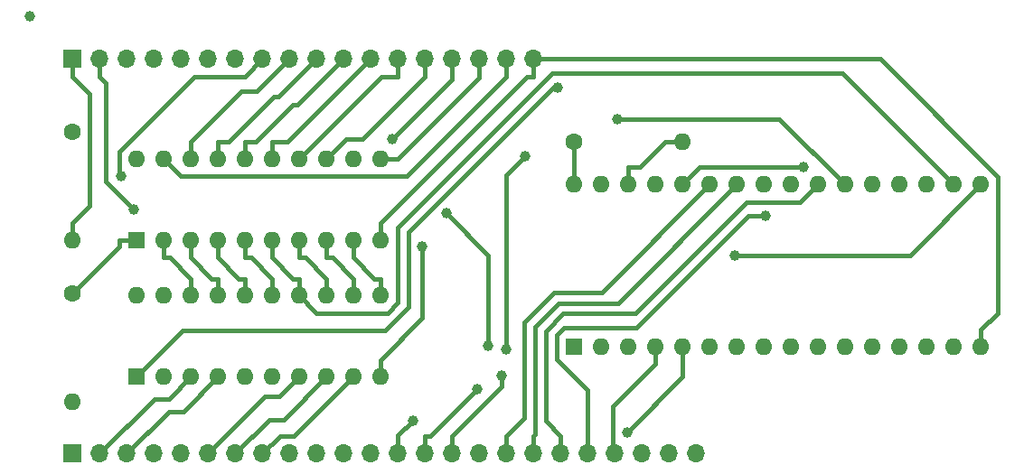
<source format=gbr>
%TF.GenerationSoftware,KiCad,Pcbnew,7.0.2*%
%TF.CreationDate,2023-06-07T18:29:09+01:00*%
%TF.ProjectId,RIO-128K_ZXspectrum_impl_narrow,52494f2d-3132-4384-9b5f-5a5873706563,rev?*%
%TF.SameCoordinates,PX5e69ec0PY54e0840*%
%TF.FileFunction,Copper,L1,Top*%
%TF.FilePolarity,Positive*%
%FSLAX46Y46*%
G04 Gerber Fmt 4.6, Leading zero omitted, Abs format (unit mm)*
G04 Created by KiCad (PCBNEW 7.0.2) date 2023-06-07 18:29:09*
%MOMM*%
%LPD*%
G01*
G04 APERTURE LIST*
%TA.AperFunction,ComponentPad*%
%ADD10R,1.600000X1.600000*%
%TD*%
%TA.AperFunction,ComponentPad*%
%ADD11O,1.600000X1.600000*%
%TD*%
%TA.AperFunction,ComponentPad*%
%ADD12C,1.600000*%
%TD*%
%TA.AperFunction,ComponentPad*%
%ADD13R,1.700000X1.700000*%
%TD*%
%TA.AperFunction,ComponentPad*%
%ADD14O,1.700000X1.700000*%
%TD*%
%TA.AperFunction,ViaPad*%
%ADD15C,1.000000*%
%TD*%
%TA.AperFunction,Conductor*%
%ADD16C,0.400000*%
%TD*%
G04 APERTURE END LIST*
D10*
%TO.P,RIO_DECODER1,1,A->B*%
%TO.N,Net-(RIO_DECODER1-A->B)*%
X10000000Y-21000000D03*
D11*
%TO.P,RIO_DECODER1,2,A0*%
%TO.N,/RIO-128K_ZXspectrum/ROM_D0*%
X12540000Y-21000000D03*
%TO.P,RIO_DECODER1,3,A1*%
%TO.N,/RIO-128K_ZXspectrum/ROM_D1*%
X15080000Y-21000000D03*
%TO.P,RIO_DECODER1,4,A2*%
%TO.N,/RIO-128K_ZXspectrum/ROM_D2*%
X17620000Y-21000000D03*
%TO.P,RIO_DECODER1,5,A3*%
%TO.N,/RIO-128K_ZXspectrum/ROM_D3*%
X20160000Y-21000000D03*
%TO.P,RIO_DECODER1,6,A4*%
%TO.N,/RIO-128K_ZXspectrum/ROM_D4*%
X22700000Y-21000000D03*
%TO.P,RIO_DECODER1,7,A5*%
%TO.N,/RIO-128K_ZXspectrum/ROM_D5*%
X25240000Y-21000000D03*
%TO.P,RIO_DECODER1,8,A6*%
%TO.N,/RIO-128K_ZXspectrum/ROM_D6*%
X27780000Y-21000000D03*
%TO.P,RIO_DECODER1,9,A7*%
%TO.N,/RIO-128K_ZXspectrum/ROM_D7*%
X30320000Y-21000000D03*
%TO.P,RIO_DECODER1,10,GND*%
%TO.N,GND*%
X32860000Y-21000000D03*
%TO.P,RIO_DECODER1,11,B7*%
%TO.N,/RIO-128K_ZXspectrum/Z80_HARDLOCK_SET*%
X32860000Y-13380000D03*
%TO.P,RIO_DECODER1,12,B6*%
%TO.N,/RIO-128K_ZXspectrum/Z80_HARDLOCK_RESET*%
X30320000Y-13380000D03*
%TO.P,RIO_DECODER1,13,B5*%
%TO.N,/RIO-128K_ZXspectrum/WAIT_IO*%
X27780000Y-13380000D03*
%TO.P,RIO_DECODER1,14,B4*%
%TO.N,/RIO-128K_ZXspectrum/CACHE_DATASTATUS*%
X25240000Y-13380000D03*
%TO.P,RIO_DECODER1,15,B3*%
%TO.N,/RIO-128K_ZXspectrum/CACHE_SEL_3*%
X22700000Y-13380000D03*
%TO.P,RIO_DECODER1,16,B2*%
%TO.N,/RIO-128K_ZXspectrum/CACHE_SEL_2*%
X20160000Y-13380000D03*
%TO.P,RIO_DECODER1,17,B1*%
%TO.N,/RIO-128K_ZXspectrum/CACHE_SEL_1*%
X17620000Y-13380000D03*
%TO.P,RIO_DECODER1,18,B0*%
%TO.N,/RIO-128K_ZXspectrum/CACHE_SEL_0*%
X15080000Y-13380000D03*
%TO.P,RIO_DECODER1,19,CE*%
%TO.N,/RIO-128K_ZXspectrum/PERM_Z80_IORQ*%
X12540000Y-13380000D03*
%TO.P,RIO_DECODER1,20,VCC*%
%TO.N,+5V*%
X10000000Y-13380000D03*
%TD*%
D12*
%TO.P,R3,1*%
%TO.N,/RIO-128K_ZXspectrum/CACHE_DATASTATUS*%
X4000000Y-10840000D03*
D11*
%TO.P,R3,2*%
%TO.N,+5V*%
X4000000Y-21000000D03*
%TD*%
D10*
%TO.P,RIO1,1,NC*%
%TO.N,unconnected-(RIO1-NC-Pad1)*%
X51000000Y-31000000D03*
D11*
%TO.P,RIO1,2,A16*%
%TO.N,/RIO-128K_ZXspectrum/RIO_CONTROL.A16*%
X53540000Y-31000000D03*
%TO.P,RIO1,3,A14*%
%TO.N,/RIO-128K_ZXspectrum/RIO_CONTROL.A14*%
X56080000Y-31000000D03*
%TO.P,RIO1,4,A12*%
%TO.N,/RIO-128K_ZXspectrum/Z80_A12*%
X58620000Y-31000000D03*
%TO.P,RIO1,5,A7*%
%TO.N,/RIO-128K_ZXspectrum/Z80_A7*%
X61160000Y-31000000D03*
%TO.P,RIO1,6,A6*%
%TO.N,/RIO-128K_ZXspectrum/Z80_A6*%
X63700000Y-31000000D03*
%TO.P,RIO1,7,A5*%
%TO.N,/RIO-128K_ZXspectrum/Z80_A5*%
X66240000Y-31000000D03*
%TO.P,RIO1,8,A4*%
%TO.N,/RIO-128K_ZXspectrum/Z80_A4*%
X68780000Y-31000000D03*
%TO.P,RIO1,9,A3*%
%TO.N,/RIO-128K_ZXspectrum/Z80_A3*%
X71320000Y-31000000D03*
%TO.P,RIO1,10,A2*%
%TO.N,/RIO-128K_ZXspectrum/Z80_A2*%
X73860000Y-31000000D03*
%TO.P,RIO1,11,A1*%
%TO.N,/RIO-128K_ZXspectrum/Z80_A1*%
X76400000Y-31000000D03*
%TO.P,RIO1,12,A0*%
%TO.N,/RIO-128K_ZXspectrum/Z80_A0*%
X78940000Y-31000000D03*
%TO.P,RIO1,13,DQ0*%
%TO.N,/RIO-128K_ZXspectrum/ROM_D0*%
X81480000Y-31000000D03*
%TO.P,RIO1,14,DQ1*%
%TO.N,/RIO-128K_ZXspectrum/ROM_D1*%
X84020000Y-31000000D03*
%TO.P,RIO1,15,DQ2*%
%TO.N,/RIO-128K_ZXspectrum/ROM_D2*%
X86560000Y-31000000D03*
%TO.P,RIO1,16,VSS*%
%TO.N,GND*%
X89100000Y-31000000D03*
%TO.P,RIO1,17,DQ3*%
%TO.N,/RIO-128K_ZXspectrum/ROM_D3*%
X89100000Y-15760000D03*
%TO.P,RIO1,18,DQ4*%
%TO.N,/RIO-128K_ZXspectrum/ROM_D4*%
X86560000Y-15760000D03*
%TO.P,RIO1,19,DQ5*%
%TO.N,/RIO-128K_ZXspectrum/ROM_D5*%
X84020000Y-15760000D03*
%TO.P,RIO1,20,DQ6*%
%TO.N,/RIO-128K_ZXspectrum/ROM_D6*%
X81480000Y-15760000D03*
%TO.P,RIO1,21,DQ7*%
%TO.N,/RIO-128K_ZXspectrum/ROM_D7*%
X78940000Y-15760000D03*
%TO.P,RIO1,22,CE#*%
%TO.N,/RIO-128K_ZXspectrum/RIO_CONTROL.CE*%
X76400000Y-15760000D03*
%TO.P,RIO1,23,A10*%
%TO.N,/RIO-128K_ZXspectrum/Z80_A10*%
X73860000Y-15760000D03*
%TO.P,RIO1,24,OE#*%
%TO.N,/RIO-128K_ZXspectrum/RIO_CONTROL.OE*%
X71320000Y-15760000D03*
%TO.P,RIO1,25,A11*%
%TO.N,/RIO-128K_ZXspectrum/Z80_A11*%
X68780000Y-15760000D03*
%TO.P,RIO1,26,A9*%
%TO.N,/RIO-128K_ZXspectrum/Z80_A9*%
X66240000Y-15760000D03*
%TO.P,RIO1,27,A8*%
%TO.N,/RIO-128K_ZXspectrum/Z80_A8*%
X63700000Y-15760000D03*
%TO.P,RIO1,28,A13*%
%TO.N,/RIO-128K_ZXspectrum/Z80_A13*%
X61160000Y-15760000D03*
%TO.P,RIO1,29,WE#*%
%TO.N,/RIO-128K_ZXspectrum/RIO_CONTROL.WE*%
X58620000Y-15760000D03*
%TO.P,RIO1,30,CE2#*%
%TO.N,/RIO-128K_ZXspectrum/RIO_CE2*%
X56080000Y-15760000D03*
%TO.P,RIO1,31,A15*%
%TO.N,/RIO-128K_ZXspectrum/RIO_CONTROL.A15*%
X53540000Y-15760000D03*
%TO.P,RIO1,32,VCC*%
%TO.N,+5V*%
X51000000Y-15760000D03*
%TD*%
D10*
%TO.P,Z80-RIO_DATA1,1,A->B*%
%TO.N,/RIO-128K_ZXspectrum/RIO_CONTROL.OE*%
X10000000Y-33800000D03*
D11*
%TO.P,Z80-RIO_DATA1,2,A0*%
%TO.N,/RIO-128K_ZXspectrum/Z80_D0*%
X12540000Y-33800000D03*
%TO.P,Z80-RIO_DATA1,3,A1*%
%TO.N,/RIO-128K_ZXspectrum/Z80_D1*%
X15080000Y-33800000D03*
%TO.P,Z80-RIO_DATA1,4,A2*%
%TO.N,/RIO-128K_ZXspectrum/Z80_D2*%
X17620000Y-33800000D03*
%TO.P,Z80-RIO_DATA1,5,A3*%
%TO.N,/RIO-128K_ZXspectrum/Z80_D3*%
X20160000Y-33800000D03*
%TO.P,Z80-RIO_DATA1,6,A4*%
%TO.N,/RIO-128K_ZXspectrum/Z80_D4*%
X22700000Y-33800000D03*
%TO.P,Z80-RIO_DATA1,7,A5*%
%TO.N,/RIO-128K_ZXspectrum/Z80_D5*%
X25240000Y-33800000D03*
%TO.P,Z80-RIO_DATA1,8,A6*%
%TO.N,/RIO-128K_ZXspectrum/Z80_D6*%
X27780000Y-33800000D03*
%TO.P,Z80-RIO_DATA1,9,A7*%
%TO.N,/RIO-128K_ZXspectrum/Z80_D7*%
X30320000Y-33800000D03*
%TO.P,Z80-RIO_DATA1,10,GND*%
%TO.N,GND*%
X32860000Y-33800000D03*
%TO.P,Z80-RIO_DATA1,11,B7*%
%TO.N,/RIO-128K_ZXspectrum/ROM_D7*%
X32860000Y-26180000D03*
%TO.P,Z80-RIO_DATA1,12,B6*%
%TO.N,/RIO-128K_ZXspectrum/ROM_D6*%
X30320000Y-26180000D03*
%TO.P,Z80-RIO_DATA1,13,B5*%
%TO.N,/RIO-128K_ZXspectrum/ROM_D5*%
X27780000Y-26180000D03*
%TO.P,Z80-RIO_DATA1,14,B4*%
%TO.N,/RIO-128K_ZXspectrum/ROM_D4*%
X25240000Y-26180000D03*
%TO.P,Z80-RIO_DATA1,15,B3*%
%TO.N,/RIO-128K_ZXspectrum/ROM_D3*%
X22700000Y-26180000D03*
%TO.P,Z80-RIO_DATA1,16,B2*%
%TO.N,/RIO-128K_ZXspectrum/ROM_D2*%
X20160000Y-26180000D03*
%TO.P,Z80-RIO_DATA1,17,B1*%
%TO.N,/RIO-128K_ZXspectrum/ROM_D1*%
X17620000Y-26180000D03*
%TO.P,Z80-RIO_DATA1,18,B0*%
%TO.N,/RIO-128K_ZXspectrum/ROM_D0*%
X15080000Y-26180000D03*
%TO.P,Z80-RIO_DATA1,19,CE*%
%TO.N,/RIO-128K_ZXspectrum/RIO_CONTROL.ROM_RDY*%
X12540000Y-26180000D03*
%TO.P,Z80-RIO_DATA1,20,VCC*%
%TO.N,+5V*%
X10000000Y-26180000D03*
%TD*%
D13*
%TO.P,J1,1,Pin_1*%
%TO.N,/RIO-128K_ZXspectrum/Z80_D0*%
X4000000Y-41000000D03*
D14*
%TO.P,J1,2,Pin_2*%
%TO.N,/RIO-128K_ZXspectrum/Z80_D1*%
X6540000Y-41000000D03*
%TO.P,J1,3,Pin_3*%
%TO.N,/RIO-128K_ZXspectrum/Z80_D2*%
X9080000Y-41000000D03*
%TO.P,J1,4,Pin_4*%
%TO.N,/RIO-128K_ZXspectrum/Z80_D3*%
X11620000Y-41000000D03*
%TO.P,J1,5,Pin_5*%
%TO.N,/RIO-128K_ZXspectrum/Z80_D4*%
X14160000Y-41000000D03*
%TO.P,J1,6,Pin_6*%
%TO.N,/RIO-128K_ZXspectrum/Z80_D5*%
X16700000Y-41000000D03*
%TO.P,J1,7,Pin_7*%
%TO.N,/RIO-128K_ZXspectrum/Z80_D6*%
X19240000Y-41000000D03*
%TO.P,J1,8,Pin_8*%
%TO.N,/RIO-128K_ZXspectrum/Z80_D7*%
X21780000Y-41000000D03*
%TO.P,J1,9,Pin_9*%
%TO.N,/RIO-128K_ZXspectrum/Z80_A0*%
X24320000Y-41000000D03*
%TO.P,J1,10,Pin_10*%
%TO.N,/RIO-128K_ZXspectrum/Z80_A1*%
X26860000Y-41000000D03*
%TO.P,J1,11,Pin_11*%
%TO.N,/RIO-128K_ZXspectrum/Z80_A2*%
X29400000Y-41000000D03*
%TO.P,J1,12,Pin_12*%
%TO.N,/RIO-128K_ZXspectrum/Z80_A3*%
X31940000Y-41000000D03*
%TO.P,J1,13,Pin_13*%
%TO.N,/RIO-128K_ZXspectrum/Z80_A4*%
X34480000Y-41000000D03*
%TO.P,J1,14,Pin_14*%
%TO.N,/RIO-128K_ZXspectrum/Z80_A5*%
X37020000Y-41000000D03*
%TO.P,J1,15,Pin_15*%
%TO.N,/RIO-128K_ZXspectrum/Z80_A6*%
X39560000Y-41000000D03*
%TO.P,J1,16,Pin_16*%
%TO.N,/RIO-128K_ZXspectrum/Z80_A7*%
X42100000Y-41000000D03*
%TO.P,J1,17,Pin_17*%
%TO.N,/RIO-128K_ZXspectrum/Z80_A8*%
X44640000Y-41000000D03*
%TO.P,J1,18,Pin_18*%
%TO.N,/RIO-128K_ZXspectrum/Z80_A9*%
X47180000Y-41000000D03*
%TO.P,J1,19,Pin_19*%
%TO.N,/RIO-128K_ZXspectrum/Z80_A10*%
X49720000Y-41000000D03*
%TO.P,J1,20,Pin_20*%
%TO.N,/RIO-128K_ZXspectrum/Z80_A11*%
X52260000Y-41000000D03*
%TO.P,J1,21,Pin_21*%
%TO.N,/RIO-128K_ZXspectrum/Z80_A12*%
X54800000Y-41000000D03*
%TO.P,J1,22,Pin_22*%
%TO.N,/RIO-128K_ZXspectrum/Z80_A13*%
X57340000Y-41000000D03*
%TO.P,J1,23,Pin_23*%
%TO.N,/RIO-128K_ZXspectrum/Z80_A14*%
X59880000Y-41000000D03*
%TO.P,J1,24,Pin_24*%
%TO.N,/RIO-128K_ZXspectrum/Z80_A15*%
X62420000Y-41000000D03*
%TD*%
D13*
%TO.P,J2,1,Pin_1*%
%TO.N,+5V*%
X4000000Y-4000000D03*
D14*
%TO.P,J2,2,Pin_2*%
%TO.N,/RIO-128K_ZXspectrum/RIO_CONTROL.A16*%
X6540000Y-4000000D03*
%TO.P,J2,3,Pin_3*%
%TO.N,/RIO-128K_ZXspectrum/RIO_CONTROL.A15*%
X9080000Y-4000000D03*
%TO.P,J2,4,Pin_4*%
%TO.N,/RIO-128K_ZXspectrum/RIO_CONTROL.A14*%
X11620000Y-4000000D03*
%TO.P,J2,5,Pin_5*%
%TO.N,/RIO-128K_ZXspectrum/RIO_CONTROL.WE*%
X14160000Y-4000000D03*
%TO.P,J2,6,Pin_6*%
%TO.N,/RIO-128K_ZXspectrum/RIO_CONTROL.CE*%
X16700000Y-4000000D03*
%TO.P,J2,7,Pin_7*%
%TO.N,/RIO-128K_ZXspectrum/RIO_CONTROL.OE*%
X19240000Y-4000000D03*
%TO.P,J2,8,Pin_8*%
%TO.N,/RIO-128K_ZXspectrum/RIO_CONTROL.ROM_RDY*%
X21780000Y-4000000D03*
%TO.P,J2,9,Pin_9*%
%TO.N,/RIO-128K_ZXspectrum/CACHE_SEL_0*%
X24320000Y-4000000D03*
%TO.P,J2,10,Pin_10*%
%TO.N,/RIO-128K_ZXspectrum/CACHE_SEL_1*%
X26860000Y-4000000D03*
%TO.P,J2,11,Pin_11*%
%TO.N,/RIO-128K_ZXspectrum/CACHE_SEL_2*%
X29400000Y-4000000D03*
%TO.P,J2,12,Pin_12*%
%TO.N,/RIO-128K_ZXspectrum/CACHE_SEL_3*%
X31940000Y-4000000D03*
%TO.P,J2,13,Pin_13*%
%TO.N,/RIO-128K_ZXspectrum/CACHE_DATASTATUS*%
X34480000Y-4000000D03*
%TO.P,J2,14,Pin_14*%
%TO.N,/RIO-128K_ZXspectrum/WAIT_IO*%
X37020000Y-4000000D03*
%TO.P,J2,15,Pin_15*%
%TO.N,/RIO-128K_ZXspectrum/Z80_HARDLOCK_RESET*%
X39560000Y-4000000D03*
%TO.P,J2,16,Pin_16*%
%TO.N,/RIO-128K_ZXspectrum/Z80_HARDLOCK_SET*%
X42100000Y-4000000D03*
%TO.P,J2,17,Pin_17*%
%TO.N,/RIO-128K_ZXspectrum/PERM_Z80_IORQ*%
X44640000Y-4000000D03*
%TO.P,J2,18,Pin_18*%
%TO.N,GND*%
X47180000Y-4000000D03*
%TD*%
D12*
%TO.P,R1,1*%
%TO.N,+5V*%
X51000000Y-11760000D03*
D11*
%TO.P,R1,2*%
%TO.N,/RIO-128K_ZXspectrum/RIO_CE2*%
X61160000Y-11760000D03*
%TD*%
D12*
%TO.P,R2,1*%
%TO.N,Net-(RIO_DECODER1-A->B)*%
X4000000Y-26000000D03*
D11*
%TO.P,R2,2*%
%TO.N,+5V*%
X4000000Y-36160000D03*
%TD*%
D15*
%TO.N,*%
X0Y0D03*
%TO.N,/RIO-128K_ZXspectrum/Z80_A4*%
X35876100Y-37901500D03*
%TO.N,/RIO-128K_ZXspectrum/Z80_A5*%
X41909400Y-34990600D03*
%TO.N,/RIO-128K_ZXspectrum/Z80_A6*%
X44185300Y-33664500D03*
%TO.N,/RIO-128K_ZXspectrum/Z80_A7*%
X55942400Y-39002100D03*
%TO.N,/RIO-128K_ZXspectrum/Z80_A11*%
X68947100Y-18736800D03*
%TO.N,/RIO-128K_ZXspectrum/Z80_A13*%
X72466600Y-14159900D03*
%TO.N,/RIO-128K_ZXspectrum/RIO_CONTROL.A16*%
X42964200Y-30857500D03*
X9755800Y-18075100D03*
X39057100Y-18479300D03*
%TO.N,/RIO-128K_ZXspectrum/RIO_CONTROL.A14*%
X44606400Y-31224100D03*
X46416300Y-13075800D03*
%TO.N,GND*%
X36769700Y-21580600D03*
%TO.N,/RIO-128K_ZXspectrum/ROM_D3*%
X66048100Y-22388000D03*
%TO.N,/RIO-128K_ZXspectrum/RIO_CONTROL.CE*%
X55035800Y-9595300D03*
%TO.N,/RIO-128K_ZXspectrum/RIO_CONTROL.OE*%
X49439800Y-6651000D03*
%TO.N,/RIO-128K_ZXspectrum/Z80_HARDLOCK_RESET*%
X33984900Y-11509200D03*
%TO.N,/RIO-128K_ZXspectrum/RIO_CONTROL.ROM_RDY*%
X8531000Y-14965300D03*
%TD*%
D16*
%TO.N,/RIO-128K_ZXspectrum/Z80_D1*%
X13014700Y-35865300D02*
X15080000Y-33800000D01*
X6540000Y-41000000D02*
X11674700Y-35865300D01*
X11674700Y-35865300D02*
X13014700Y-35865300D01*
%TO.N,/RIO-128K_ZXspectrum/Z80_D2*%
X14361700Y-37058300D02*
X17620000Y-33800000D01*
X13021700Y-37058300D02*
X14361700Y-37058300D01*
X9080000Y-41000000D02*
X13021700Y-37058300D01*
%TO.N,/RIO-128K_ZXspectrum/Z80_D5*%
X16700000Y-41000000D02*
X22035700Y-35664300D01*
X22035700Y-35664300D02*
X23375700Y-35664300D01*
X23375700Y-35664300D02*
X25240000Y-33800000D01*
%TO.N,/RIO-128K_ZXspectrum/Z80_D6*%
X23788300Y-37791700D02*
X27780000Y-33800000D01*
X19240000Y-41000000D02*
X22448300Y-37791700D01*
X22448300Y-37791700D02*
X23788300Y-37791700D01*
%TO.N,/RIO-128K_ZXspectrum/Z80_D7*%
X23430200Y-39349800D02*
X24770200Y-39349800D01*
X24770200Y-39349800D02*
X30320000Y-33800000D01*
X21780000Y-41000000D02*
X23430200Y-39349800D01*
%TO.N,/RIO-128K_ZXspectrum/Z80_A4*%
X34480000Y-41000000D02*
X34480000Y-39297600D01*
X34480000Y-39297600D02*
X35876100Y-37901500D01*
%TO.N,/RIO-128K_ZXspectrum/Z80_A5*%
X37550100Y-39349900D02*
X41909400Y-34990600D01*
X37020000Y-39349900D02*
X37550100Y-39349900D01*
X37020000Y-41000000D02*
X37020000Y-39349900D01*
%TO.N,/RIO-128K_ZXspectrum/Z80_A6*%
X44185300Y-34724600D02*
X44185300Y-33664500D01*
X39560000Y-39349900D02*
X44185300Y-34724600D01*
X39560000Y-41000000D02*
X39560000Y-39349900D01*
%TO.N,/RIO-128K_ZXspectrum/Z80_A7*%
X61160000Y-33784500D02*
X61160000Y-31000000D01*
X55942400Y-39002100D02*
X61160000Y-33784500D01*
%TO.N,/RIO-128K_ZXspectrum/Z80_A8*%
X53589400Y-25870600D02*
X49121000Y-25870600D01*
X49121000Y-25870600D02*
X46322800Y-28668800D01*
X46322800Y-28668800D02*
X46322800Y-37667100D01*
X46322800Y-37667100D02*
X44640000Y-39349900D01*
X63700000Y-15760000D02*
X53589400Y-25870600D01*
X44640000Y-41000000D02*
X44640000Y-39349900D01*
%TO.N,/RIO-128K_ZXspectrum/Z80_A9*%
X55129300Y-26870700D02*
X49535200Y-26870700D01*
X47322900Y-29083000D02*
X47322900Y-39207000D01*
X47322900Y-39207000D02*
X47180000Y-39349900D01*
X49535200Y-26870700D02*
X47322900Y-29083000D01*
X66240000Y-15760000D02*
X55129300Y-26870700D01*
X47180000Y-41000000D02*
X47180000Y-39349900D01*
%TO.N,/RIO-128K_ZXspectrum/Z80_A10*%
X73860000Y-15760000D02*
X72183300Y-17436700D01*
X48323000Y-29497300D02*
X48323000Y-37952900D01*
X48323000Y-37952900D02*
X49720000Y-39349900D01*
X49720000Y-41000000D02*
X49720000Y-39349900D01*
X56749800Y-27870900D02*
X49949400Y-27870900D01*
X49949400Y-27870900D02*
X48323000Y-29497300D01*
X67184000Y-17436700D02*
X56749800Y-27870900D01*
X72183300Y-17436700D02*
X67184000Y-17436700D01*
%TO.N,/RIO-128K_ZXspectrum/Z80_A11*%
X52260000Y-35026400D02*
X49385600Y-32152000D01*
X67298200Y-18736800D02*
X68947100Y-18736800D01*
X50010200Y-29224400D02*
X56810600Y-29224400D01*
X49385600Y-29849000D02*
X50010200Y-29224400D01*
X56810600Y-29224400D02*
X67298200Y-18736800D01*
X52260000Y-41000000D02*
X52260000Y-35026400D01*
X49385600Y-32152000D02*
X49385600Y-29849000D01*
%TO.N,/RIO-128K_ZXspectrum/Z80_A12*%
X58620000Y-32600100D02*
X54642300Y-36577800D01*
X54642300Y-40842300D02*
X54800000Y-41000000D01*
X58620000Y-31000000D02*
X58620000Y-32600100D01*
X54642300Y-36577800D02*
X54642300Y-40842300D01*
%TO.N,/RIO-128K_ZXspectrum/Z80_A13*%
X62760100Y-14159900D02*
X72466600Y-14159900D01*
X61160000Y-15760000D02*
X62760100Y-14159900D01*
%TO.N,+5V*%
X4000000Y-5650100D02*
X5600900Y-7251000D01*
X5600900Y-7251000D02*
X5600900Y-17799000D01*
X5600900Y-17799000D02*
X4000000Y-19399900D01*
X4000000Y-4000000D02*
X4000000Y-5650100D01*
X51000000Y-11760000D02*
X51000000Y-15760000D01*
X4000000Y-21000000D02*
X4000000Y-19399900D01*
%TO.N,/RIO-128K_ZXspectrum/RIO_CE2*%
X57160000Y-14159900D02*
X56080000Y-14159900D01*
X59559900Y-11760000D02*
X57160000Y-14159900D01*
X56080000Y-15760000D02*
X56080000Y-14159900D01*
X61160000Y-11760000D02*
X59559900Y-11760000D01*
%TO.N,Net-(RIO_DECODER1-A->B)*%
X10000000Y-21000000D02*
X8399900Y-21000000D01*
X4000000Y-26000000D02*
X8399900Y-21600100D01*
X8399900Y-21600100D02*
X8399900Y-21000000D01*
%TO.N,/RIO-128K_ZXspectrum/CACHE_DATASTATUS*%
X32969900Y-5650100D02*
X25240000Y-13380000D01*
X34480000Y-4000000D02*
X34480000Y-5650100D01*
X34480000Y-5650100D02*
X32969900Y-5650100D01*
%TO.N,/RIO-128K_ZXspectrum/RIO_CONTROL.A16*%
X7134100Y-6244200D02*
X7134100Y-15453400D01*
X39057100Y-18479300D02*
X42964200Y-22386400D01*
X42964200Y-22386400D02*
X42964200Y-30857500D01*
X6540000Y-4000000D02*
X6540000Y-5650100D01*
X6540000Y-5650100D02*
X7134100Y-6244200D01*
X7134100Y-15453400D02*
X9755800Y-18075100D01*
%TO.N,/RIO-128K_ZXspectrum/RIO_CONTROL.A14*%
X44606400Y-14885700D02*
X44606400Y-31224100D01*
X46416300Y-13075800D02*
X44606400Y-14885700D01*
%TO.N,/RIO-128K_ZXspectrum/ROM_D0*%
X12540000Y-21000000D02*
X12540000Y-22600100D01*
X15080000Y-26180000D02*
X15080000Y-24579900D01*
X13100200Y-22600100D02*
X12540000Y-22600100D01*
X15080000Y-24579900D02*
X13100200Y-22600100D01*
%TO.N,/RIO-128K_ZXspectrum/ROM_D1*%
X17620000Y-26180000D02*
X17620000Y-24579900D01*
X17059800Y-24579900D02*
X15080000Y-22600100D01*
X17620000Y-24579900D02*
X17059800Y-24579900D01*
X15080000Y-21000000D02*
X15080000Y-22600100D01*
%TO.N,/RIO-128K_ZXspectrum/ROM_D2*%
X17620000Y-21000000D02*
X17620000Y-22600100D01*
X19599800Y-24579900D02*
X17620000Y-22600100D01*
X20160000Y-24579900D02*
X19599800Y-24579900D01*
X20160000Y-26180000D02*
X20160000Y-24579900D01*
%TO.N,GND*%
X47180000Y-4000000D02*
X48830100Y-4000000D01*
X89100000Y-31000000D02*
X89100000Y-29399900D01*
X89100000Y-29399900D02*
X90701100Y-27798800D01*
X90701100Y-15044300D02*
X79656800Y-4000000D01*
X32860000Y-33800000D02*
X32860000Y-32199900D01*
X32860000Y-32199900D02*
X36769700Y-28290200D01*
X46609800Y-5650100D02*
X32860000Y-19399900D01*
X47180000Y-4000000D02*
X47180000Y-5650100D01*
X32860000Y-21000000D02*
X32860000Y-19399900D01*
X36769700Y-28290200D02*
X36769700Y-21580600D01*
X90701100Y-27798800D02*
X90701100Y-15044300D01*
X47180000Y-5650100D02*
X46609800Y-5650100D01*
X79656800Y-4000000D02*
X48830100Y-4000000D01*
%TO.N,/RIO-128K_ZXspectrum/ROM_D3*%
X22700000Y-24579900D02*
X20720200Y-22600100D01*
X20160000Y-21000000D02*
X20160000Y-22600100D01*
X22700000Y-26180000D02*
X22700000Y-24579900D01*
X20720200Y-22600100D02*
X20160000Y-22600100D01*
X82472000Y-22388000D02*
X66048100Y-22388000D01*
X89100000Y-15760000D02*
X82472000Y-22388000D01*
%TO.N,/RIO-128K_ZXspectrum/ROM_D4*%
X25240000Y-24579900D02*
X24679800Y-24579900D01*
X34469500Y-26852400D02*
X33506800Y-27815100D01*
X25240000Y-26180000D02*
X25240000Y-24579900D01*
X76103600Y-5303600D02*
X48944700Y-5303600D01*
X34469500Y-19778800D02*
X34469500Y-26852400D01*
X48944700Y-5303600D02*
X34469500Y-19778800D01*
X24679800Y-24579900D02*
X22700000Y-22600100D01*
X86560000Y-15760000D02*
X76103600Y-5303600D01*
X22700000Y-21000000D02*
X22700000Y-22600100D01*
X33506800Y-27815100D02*
X26875100Y-27815100D01*
X26875100Y-27815100D02*
X25240000Y-26180000D01*
%TO.N,/RIO-128K_ZXspectrum/ROM_D5*%
X25800200Y-22600100D02*
X25240000Y-22600100D01*
X27780000Y-24579900D02*
X25800200Y-22600100D01*
X25240000Y-21000000D02*
X25240000Y-22600100D01*
X27780000Y-26180000D02*
X27780000Y-24579900D01*
%TO.N,/RIO-128K_ZXspectrum/ROM_D6*%
X30320000Y-26180000D02*
X30320000Y-24579900D01*
X30320000Y-24579900D02*
X28340200Y-22600100D01*
X28340200Y-22600100D02*
X27780000Y-22600100D01*
X27780000Y-21000000D02*
X27780000Y-22600100D01*
%TO.N,/RIO-128K_ZXspectrum/ROM_D7*%
X30320000Y-21000000D02*
X30320000Y-22600100D01*
X30320000Y-22600100D02*
X32299800Y-24579900D01*
X32299800Y-24579900D02*
X32860000Y-24579900D01*
X32860000Y-26180000D02*
X32860000Y-24579900D01*
%TO.N,/RIO-128K_ZXspectrum/RIO_CONTROL.CE*%
X76400000Y-15760000D02*
X70235300Y-9595300D01*
X70235300Y-9595300D02*
X55035800Y-9595300D01*
%TO.N,/RIO-128K_ZXspectrum/RIO_CONTROL.OE*%
X49439800Y-6651000D02*
X49046700Y-6651000D01*
X14315400Y-29484600D02*
X10000000Y-33800000D01*
X49046700Y-6651000D02*
X35469600Y-20228100D01*
X35469600Y-20228100D02*
X35469600Y-27266600D01*
X35469600Y-27266600D02*
X33251600Y-29484600D01*
X33251600Y-29484600D02*
X14315400Y-29484600D01*
%TO.N,/RIO-128K_ZXspectrum/Z80_HARDLOCK_SET*%
X42100000Y-5740100D02*
X42100000Y-5650100D01*
X32860000Y-13380000D02*
X34460100Y-13380000D01*
X42100000Y-4000000D02*
X42100000Y-5650100D01*
X34460100Y-13380000D02*
X42100000Y-5740100D01*
%TO.N,/RIO-128K_ZXspectrum/Z80_HARDLOCK_RESET*%
X39560000Y-4000000D02*
X39560000Y-5934100D01*
X39560000Y-5934100D02*
X33984900Y-11509200D01*
%TO.N,/RIO-128K_ZXspectrum/WAIT_IO*%
X29644300Y-11515700D02*
X27780000Y-13380000D01*
X31154400Y-11515700D02*
X29644300Y-11515700D01*
X37020000Y-4000000D02*
X37020000Y-5650100D01*
X37020000Y-5650100D02*
X31154400Y-11515700D01*
%TO.N,/RIO-128K_ZXspectrum/CACHE_SEL_3*%
X22700000Y-13380000D02*
X22700000Y-11779900D01*
X31940000Y-4000000D02*
X24160100Y-11779900D01*
X24160100Y-11779900D02*
X22700000Y-11779900D01*
%TO.N,/RIO-128K_ZXspectrum/CACHE_SEL_2*%
X24671900Y-8309400D02*
X25090600Y-8309400D01*
X20160000Y-11779900D02*
X21201400Y-11779900D01*
X25090600Y-8309400D02*
X29400000Y-4000000D01*
X20160000Y-13380000D02*
X20160000Y-11779900D01*
X21201400Y-11779900D02*
X24671900Y-8309400D01*
%TO.N,/RIO-128K_ZXspectrum/CACHE_SEL_1*%
X17620000Y-13380000D02*
X17620000Y-11779900D01*
X18661400Y-11779900D02*
X22892400Y-7548900D01*
X17620000Y-11779900D02*
X18661400Y-11779900D01*
X23311100Y-7548900D02*
X26860000Y-4000000D01*
X22892400Y-7548900D02*
X23311100Y-7548900D01*
%TO.N,/RIO-128K_ZXspectrum/CACHE_SEL_0*%
X15080000Y-11779900D02*
X19811000Y-7048900D01*
X15080000Y-13380000D02*
X15080000Y-11779900D01*
X19811000Y-7048900D02*
X21271100Y-7048900D01*
X21271100Y-7048900D02*
X24320000Y-4000000D01*
%TO.N,/RIO-128K_ZXspectrum/PERM_Z80_IORQ*%
X14147600Y-14987600D02*
X12540000Y-13380000D01*
X44640000Y-5650100D02*
X35302500Y-14987600D01*
X44640000Y-4000000D02*
X44640000Y-5650100D01*
X35302500Y-14987600D02*
X14147600Y-14987600D01*
%TO.N,/RIO-128K_ZXspectrum/RIO_CONTROL.ROM_RDY*%
X8377400Y-12666600D02*
X8377400Y-14811700D01*
X15393800Y-5650200D02*
X8377400Y-12666600D01*
X8377400Y-14811700D02*
X8531000Y-14965300D01*
X20129800Y-5650200D02*
X15393800Y-5650200D01*
X21780000Y-4000000D02*
X20129800Y-5650200D01*
%TD*%
M02*

</source>
